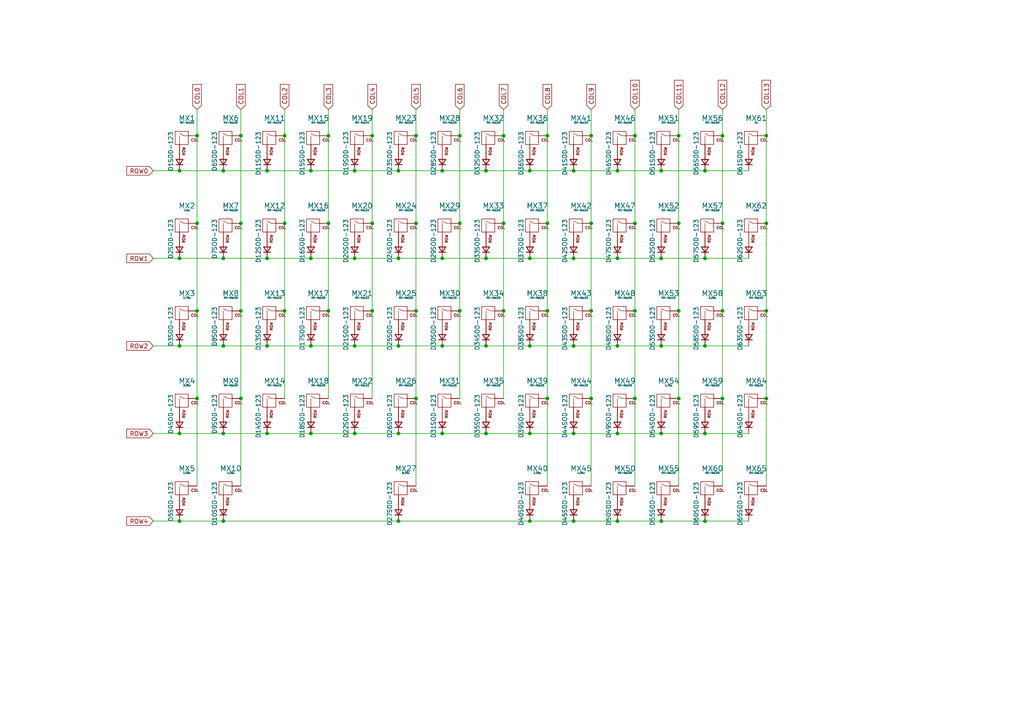
<source format=kicad_sch>
(kicad_sch (version 20211123) (generator eeschema)
  (paper "A4")
  (lib_symbols
    (symbol "Device:D_Small" (pin_numbers hide) (pin_names (offset 0.254) hide)
      (property "Reference" "D" (at -1.27 2.032 0))
      (property "Value" "D_Small" (at -3.81 -2.032 0))
      (symbol "D_Small_0_1"
        (polyline (pts (xy -0.762 -1.016) (xy -0.762 1.016)) (stroke (width 0.254)))
        (polyline (pts (xy -0.762 0) (xy 0.762 0)))
        (polyline (pts (xy 0.762 -1.016) (xy -0.762 0) (xy 0.762 1.016) (xy 0.762 -1.016)) (stroke (width 0.254)))
      )
      (symbol "D_Small_1_1"
        (pin passive line (at -2.54 0 0) (length 1.778) (name "K") (number "1"))
        (pin passive line (at 2.54 0 180) (length 1.778) (name "A") (number "2"))
      )
    )
    (symbol "MX_Alps_Hybrid:MX-NoLED" (pin_names (offset 1.016))
      (property "Reference" "MX" (at -0.635 3.81 0))
      (property "Value" "MX-NoLED" (at -0.635 1.27 0))
      (symbol "MX-NoLED_0_0"
        (rectangle (start -2.54 2.54) (end 1.27 -1.27))
        (polyline (pts (xy -1.27 -1.27) (xy -1.27 1.27)) (stroke (width 0.127)))
        (polyline (pts (xy 1.27 1.27) (xy 0 1.27) (xy -1.27 1.905)) (stroke (width 0.127)))
        (text "COL" (at 3.175 0 0) (effects (font (size 0.762 0.762))))
        (text "ROW" (at 0 -1.905 900) (effects (font (size 0.762 0.762)) (justify right)))
      )
      (symbol "MX-NoLED_1_1"
        (pin passive line (at 3.81 1.27 180) (length 2.54) (name "COL") (number "1"))
        (pin passive line (at -1.27 -3.81 90) (length 2.54) (name "ROW") (number "2"))
      )
    )
  )
  (junction (at 146.05 90.17))
  (junction (at 153.67 74.93))
  (junction (at 102.87 49.53))
  (junction (at 90.17 49.53))
  (junction (at 115.57 125.73))
  (junction (at 69.85 64.77))
  (junction (at 64.77 74.93))
  (junction (at 115.57 100.33))
  (junction (at 140.97 74.93))
  (junction (at 128.27 125.73))
  (junction (at 52.07 49.53))
  (junction (at 140.97 125.73))
  (junction (at 77.47 49.53))
  (junction (at 52.07 151.13))
  (junction (at 95.25 64.77))
  (junction (at 69.85 115.57))
  (junction (at 82.55 64.77))
  (junction (at 102.87 100.33))
  (junction (at 196.85 39.37))
  (junction (at 191.77 125.73))
  (junction (at 171.45 39.37))
  (junction (at 184.15 39.37))
  (junction (at 57.15 115.57))
  (junction (at 166.37 151.13))
  (junction (at 204.47 125.73))
  (junction (at 69.85 39.37))
  (junction (at 153.67 125.73))
  (junction (at 107.95 64.77))
  (junction (at 166.37 100.33))
  (junction (at 191.77 151.13))
  (junction (at 184.15 90.17))
  (junction (at 140.97 100.33))
  (junction (at 82.55 39.37))
  (junction (at 102.87 125.73))
  (junction (at 52.07 125.73))
  (junction (at 77.47 100.33))
  (junction (at 179.07 74.93))
  (junction (at 57.15 39.37))
  (junction (at 102.87 74.93))
  (junction (at 146.05 64.77))
  (junction (at 128.27 49.53))
  (junction (at 191.77 74.93))
  (junction (at 166.37 49.53))
  (junction (at 57.15 90.17))
  (junction (at 222.25 115.57))
  (junction (at 153.67 151.13))
  (junction (at 222.25 39.37))
  (junction (at 133.35 90.17))
  (junction (at 191.77 49.53))
  (junction (at 166.37 125.73))
  (junction (at 209.55 115.57))
  (junction (at 196.85 64.77))
  (junction (at 115.57 49.53))
  (junction (at 120.65 115.57))
  (junction (at 222.25 90.17))
  (junction (at 184.15 115.57))
  (junction (at 52.07 74.93))
  (junction (at 95.25 90.17))
  (junction (at 133.35 39.37))
  (junction (at 171.45 64.77))
  (junction (at 158.75 90.17))
  (junction (at 196.85 115.57))
  (junction (at 95.25 39.37))
  (junction (at 179.07 151.13))
  (junction (at 133.35 64.77))
  (junction (at 90.17 125.73))
  (junction (at 204.47 74.93))
  (junction (at 64.77 49.53))
  (junction (at 77.47 125.73))
  (junction (at 107.95 90.17))
  (junction (at 184.15 64.77))
  (junction (at 52.07 100.33))
  (junction (at 64.77 125.73))
  (junction (at 57.15 64.77))
  (junction (at 209.55 64.77))
  (junction (at 115.57 151.13))
  (junction (at 115.57 74.93))
  (junction (at 82.55 90.17))
  (junction (at 209.55 39.37))
  (junction (at 222.25 64.77))
  (junction (at 107.95 39.37))
  (junction (at 158.75 115.57))
  (junction (at 204.47 151.13))
  (junction (at 120.65 90.17))
  (junction (at 128.27 74.93))
  (junction (at 64.77 151.13))
  (junction (at 191.77 100.33))
  (junction (at 153.67 49.53))
  (junction (at 209.55 90.17))
  (junction (at 120.65 64.77))
  (junction (at 120.65 39.37))
  (junction (at 146.05 39.37))
  (junction (at 166.37 74.93))
  (junction (at 179.07 100.33))
  (junction (at 179.07 125.73))
  (junction (at 158.75 39.37))
  (junction (at 153.67 100.33))
  (junction (at 171.45 90.17))
  (junction (at 77.47 74.93))
  (junction (at 204.47 100.33))
  (junction (at 69.85 90.17))
  (junction (at 140.97 49.53))
  (junction (at 128.27 100.33))
  (junction (at 171.45 115.57))
  (junction (at 196.85 90.17))
  (junction (at 64.77 100.33))
  (junction (at 179.07 49.53))
  (junction (at 204.47 49.53))
  (junction (at 90.17 74.93))
  (junction (at 90.17 100.33))
  (junction (at 158.75 64.77))
  (wire (pts (xy 140.97 125.73) (xy 153.67 125.73)))
  (wire (pts (xy 57.15 39.37) (xy 57.15 64.77)))
  (wire (pts (xy 153.67 49.53) (xy 166.37 49.53)))
  (wire (pts (xy 166.37 49.53) (xy 179.07 49.53)))
  (wire (pts (xy 120.65 90.17) (xy 120.65 115.57)))
  (wire (pts (xy 209.55 115.57) (xy 209.55 140.97)))
  (wire (pts (xy 115.57 74.93) (xy 128.27 74.93)))
  (wire (pts (xy 44.45 49.53) (xy 52.07 49.53)))
  (wire (pts (xy 209.55 39.37) (xy 209.55 64.77)))
  (wire (pts (xy 69.85 64.77) (xy 69.85 90.17)))
  (wire (pts (xy 82.55 64.77) (xy 82.55 90.17)))
  (wire (pts (xy 52.07 100.33) (xy 64.77 100.33)))
  (wire (pts (xy 191.77 125.73) (xy 204.47 125.73)))
  (wire (pts (xy 115.57 125.73) (xy 128.27 125.73)))
  (wire (pts (xy 153.67 125.73) (xy 166.37 125.73)))
  (wire (pts (xy 128.27 74.93) (xy 140.97 74.93)))
  (wire (pts (xy 204.47 151.13) (xy 217.17 151.13)))
  (wire (pts (xy 171.45 115.57) (xy 171.45 140.97)))
  (wire (pts (xy 184.15 31.75) (xy 184.15 39.37)))
  (wire (pts (xy 166.37 74.93) (xy 179.07 74.93)))
  (wire (pts (xy 77.47 74.93) (xy 90.17 74.93)))
  (wire (pts (xy 90.17 49.53) (xy 102.87 49.53)))
  (wire (pts (xy 179.07 151.13) (xy 191.77 151.13)))
  (wire (pts (xy 102.87 125.73) (xy 115.57 125.73)))
  (wire (pts (xy 179.07 74.93) (xy 191.77 74.93)))
  (wire (pts (xy 57.15 64.77) (xy 57.15 90.17)))
  (wire (pts (xy 133.35 64.77) (xy 133.35 90.17)))
  (wire (pts (xy 196.85 64.77) (xy 196.85 90.17)))
  (wire (pts (xy 57.15 31.75) (xy 57.15 39.37)))
  (wire (pts (xy 191.77 74.93) (xy 204.47 74.93)))
  (wire (pts (xy 77.47 100.33) (xy 90.17 100.33)))
  (wire (pts (xy 146.05 31.75) (xy 146.05 39.37)))
  (wire (pts (xy 77.47 125.73) (xy 90.17 125.73)))
  (wire (pts (xy 140.97 49.53) (xy 153.67 49.53)))
  (wire (pts (xy 102.87 49.53) (xy 115.57 49.53)))
  (wire (pts (xy 146.05 39.37) (xy 146.05 64.77)))
  (wire (pts (xy 204.47 100.33) (xy 217.17 100.33)))
  (wire (pts (xy 140.97 74.93) (xy 153.67 74.93)))
  (wire (pts (xy 158.75 90.17) (xy 158.75 115.57)))
  (wire (pts (xy 204.47 125.73) (xy 217.17 125.73)))
  (wire (pts (xy 107.95 39.37) (xy 107.95 64.77)))
  (wire (pts (xy 140.97 100.33) (xy 153.67 100.33)))
  (wire (pts (xy 128.27 100.33) (xy 140.97 100.33)))
  (wire (pts (xy 158.75 115.57) (xy 158.75 140.97)))
  (wire (pts (xy 184.15 64.77) (xy 184.15 90.17)))
  (wire (pts (xy 77.47 49.53) (xy 90.17 49.53)))
  (wire (pts (xy 158.75 39.37) (xy 158.75 64.77)))
  (wire (pts (xy 171.45 31.75) (xy 171.45 39.37)))
  (wire (pts (xy 82.55 39.37) (xy 82.55 64.77)))
  (wire (pts (xy 69.85 90.17) (xy 69.85 115.57)))
  (wire (pts (xy 158.75 31.75) (xy 158.75 39.37)))
  (wire (pts (xy 196.85 31.75) (xy 196.85 39.37)))
  (wire (pts (xy 44.45 100.33) (xy 52.07 100.33)))
  (wire (pts (xy 222.25 115.57) (xy 222.25 140.97)))
  (wire (pts (xy 191.77 151.13) (xy 204.47 151.13)))
  (wire (pts (xy 153.67 151.13) (xy 166.37 151.13)))
  (wire (pts (xy 171.45 39.37) (xy 171.45 64.77)))
  (wire (pts (xy 95.25 64.77) (xy 95.25 90.17)))
  (wire (pts (xy 102.87 74.93) (xy 115.57 74.93)))
  (wire (pts (xy 158.75 64.77) (xy 158.75 90.17)))
  (wire (pts (xy 209.55 90.17) (xy 209.55 115.57)))
  (wire (pts (xy 102.87 100.33) (xy 115.57 100.33)))
  (wire (pts (xy 146.05 64.77) (xy 146.05 90.17)))
  (wire (pts (xy 146.05 90.17) (xy 146.05 115.57)))
  (wire (pts (xy 107.95 31.75) (xy 107.95 39.37)))
  (wire (pts (xy 209.55 64.77) (xy 209.55 90.17)))
  (wire (pts (xy 184.15 39.37) (xy 184.15 64.77)))
  (wire (pts (xy 179.07 49.53) (xy 191.77 49.53)))
  (wire (pts (xy 64.77 151.13) (xy 115.57 151.13)))
  (wire (pts (xy 166.37 125.73) (xy 179.07 125.73)))
  (wire (pts (xy 133.35 39.37) (xy 133.35 64.77)))
  (wire (pts (xy 52.07 125.73) (xy 64.77 125.73)))
  (wire (pts (xy 52.07 151.13) (xy 64.77 151.13)))
  (wire (pts (xy 179.07 125.73) (xy 191.77 125.73)))
  (wire (pts (xy 57.15 90.17) (xy 57.15 115.57)))
  (wire (pts (xy 90.17 125.73) (xy 102.87 125.73)))
  (wire (pts (xy 209.55 31.75) (xy 209.55 39.37)))
  (wire (pts (xy 115.57 49.53) (xy 128.27 49.53)))
  (wire (pts (xy 95.25 90.17) (xy 95.25 115.57)))
  (wire (pts (xy 191.77 100.33) (xy 204.47 100.33)))
  (wire (pts (xy 128.27 49.53) (xy 140.97 49.53)))
  (wire (pts (xy 196.85 39.37) (xy 196.85 64.77)))
  (wire (pts (xy 64.77 74.93) (xy 77.47 74.93)))
  (wire (pts (xy 52.07 74.93) (xy 64.77 74.93)))
  (wire (pts (xy 222.25 64.77) (xy 222.25 90.17)))
  (wire (pts (xy 90.17 100.33) (xy 102.87 100.33)))
  (wire (pts (xy 52.07 49.53) (xy 64.77 49.53)))
  (wire (pts (xy 196.85 115.57) (xy 196.85 140.97)))
  (wire (pts (xy 107.95 64.77) (xy 107.95 90.17)))
  (wire (pts (xy 44.45 74.93) (xy 52.07 74.93)))
  (wire (pts (xy 196.85 90.17) (xy 196.85 115.57)))
  (wire (pts (xy 128.27 125.73) (xy 140.97 125.73)))
  (wire (pts (xy 95.25 39.37) (xy 95.25 64.77)))
  (wire (pts (xy 82.55 90.17) (xy 82.55 115.57)))
  (wire (pts (xy 64.77 49.53) (xy 77.47 49.53)))
  (wire (pts (xy 222.25 39.37) (xy 222.25 64.77)))
  (wire (pts (xy 153.67 74.93) (xy 166.37 74.93)))
  (wire (pts (xy 204.47 74.93) (xy 217.17 74.93)))
  (wire (pts (xy 222.25 90.17) (xy 222.25 115.57)))
  (wire (pts (xy 171.45 90.17) (xy 171.45 115.57)))
  (wire (pts (xy 115.57 151.13) (xy 153.67 151.13)))
  (wire (pts (xy 166.37 151.13) (xy 179.07 151.13)))
  (wire (pts (xy 107.95 90.17) (xy 107.95 115.57)))
  (wire (pts (xy 115.57 100.33) (xy 128.27 100.33)))
  (wire (pts (xy 166.37 100.33) (xy 179.07 100.33)))
  (wire (pts (xy 69.85 115.57) (xy 69.85 140.97)))
  (wire (pts (xy 184.15 115.57) (xy 184.15 140.97)))
  (wire (pts (xy 120.65 64.77) (xy 120.65 90.17)))
  (wire (pts (xy 171.45 64.77) (xy 171.45 90.17)))
  (wire (pts (xy 133.35 31.75) (xy 133.35 39.37)))
  (wire (pts (xy 64.77 100.33) (xy 77.47 100.33)))
  (wire (pts (xy 44.45 125.73) (xy 52.07 125.73)))
  (wire (pts (xy 179.07 100.33) (xy 191.77 100.33)))
  (wire (pts (xy 133.35 90.17) (xy 133.35 115.57)))
  (wire (pts (xy 120.65 31.75) (xy 120.65 39.37)))
  (wire (pts (xy 120.65 39.37) (xy 120.65 64.77)))
  (wire (pts (xy 69.85 39.37) (xy 69.85 64.77)))
  (wire (pts (xy 204.47 49.53) (xy 217.17 49.53)))
  (wire (pts (xy 64.77 125.73) (xy 77.47 125.73)))
  (wire (pts (xy 120.65 115.57) (xy 120.65 140.97)))
  (wire (pts (xy 57.15 115.57) (xy 57.15 140.97)))
  (wire (pts (xy 95.25 31.75) (xy 95.25 39.37)))
  (wire (pts (xy 82.55 31.75) (xy 82.55 39.37)))
  (wire (pts (xy 153.67 100.33) (xy 166.37 100.33)))
  (wire (pts (xy 191.77 49.53) (xy 204.47 49.53)))
  (wire (pts (xy 222.25 31.75) (xy 222.25 39.37)))
  (wire (pts (xy 69.85 31.75) (xy 69.85 39.37)))
  (wire (pts (xy 90.17 74.93) (xy 102.87 74.93)))
  (wire (pts (xy 44.45 151.13) (xy 52.07 151.13)))
  (wire (pts (xy 184.15 90.17) (xy 184.15 115.57)))
  (global_label "ROW4" (shape input) (at 44.45 151.13 180) (property "Intersheet References" "${INTERSHEET_REFS}" (effects hide)))
  (global_label "COL4" (shape input) (at 107.95 31.75 90) (property "Intersheet References" "${INTERSHEET_REFS}" (effects hide)))
  (global_label "ROW3" (shape input) (at 44.45 125.73 180) (property "Intersheet References" "${INTERSHEET_REFS}" (effects hide)))
  (global_label "COL0" (shape input) (at 57.15 31.75 90) (property "Intersheet References" "${INTERSHEET_REFS}" (effects hide)))
  (global_label "ROW1" (shape input) (at 44.45 74.93 180) (property "Intersheet References" "${INTERSHEET_REFS}" (effects hide)))
  (global_label "COL8" (shape input) (at 158.75 31.75 90) (property "Intersheet References" "${INTERSHEET_REFS}" (effects hide)))
  (global_label "COL11" (shape input) (at 196.85 31.75 90) (property "Intersheet References" "${INTERSHEET_REFS}" (effects hide)))
  (global_label "COL3" (shape input) (at 95.25 31.75 90) (property "Intersheet References" "${INTERSHEET_REFS}" (effects hide)))
  (global_label "ROW2" (shape input) (at 44.45 100.33 180) (property "Intersheet References" "${INTERSHEET_REFS}" (effects hide)))
  (global_label "COL12" (shape input) (at 209.55 31.75 90) (property "Intersheet References" "${INTERSHEET_REFS}" (effects hide)))
  (global_label "COL2" (shape input) (at 82.55 31.75 90) (property "Intersheet References" "${INTERSHEET_REFS}" (effects hide)))
  (global_label "COL6" (shape input) (at 133.35 31.75 90) (property "Intersheet References" "${INTERSHEET_REFS}" (effects hide)))
  (global_label "COL5" (shape input) (at 120.65 31.75 90) (property "Intersheet References" "${INTERSHEET_REFS}" (effects hide)))
  (global_label "COL7" (shape input) (at 146.05 31.75 90) (property "Intersheet References" "${INTERSHEET_REFS}" (effects hide)))
  (global_label "COL13" (shape input) (at 222.25 31.75 90) (property "Intersheet References" "${INTERSHEET_REFS}" (effects hide)))
  (global_label "COL9" (shape input) (at 171.45 31.75 90) (property "Intersheet References" "${INTERSHEET_REFS}" (effects hide)))
  (global_label "COL10" (shape input) (at 184.15 31.75 90) (property "Intersheet References" "${INTERSHEET_REFS}" (effects hide)))
  (global_label "ROW0" (shape input) (at 44.45 49.53 180) (property "Intersheet References" "${INTERSHEET_REFS}" (effects hide)))
  (global_label "COL1" (shape input) (at 69.85 31.75 90) (property "Intersheet References" "${INTERSHEET_REFS}" (effects hide)))
  (symbol (lib_id "Device:D_Small") (at 140.97 72.39 90) (unit 1)
    (property "Reference" "D33" (at 138.43 72.39 0) (effects (justify right)))
    (property "Value" "SOD-123" (at 138.43 63.5 0) (effects (justify right)))
    (property "Footprint" "Diode_SMD:D_SOD-123" (effects hide))
  )
  (symbol (lib_id "Device:D_Small") (at 153.67 148.59 90) (unit 1)
    (property "Reference" "D40" (at 151.13 148.59 0) (effects (justify right)))
    (property "Value" "SOD-123" (at 151.13 139.7 0) (effects (justify right)))
    (property "Footprint" "Diode_SMD:D_SOD-123" (effects hide))
  )
  (symbol (lib_id "MX_Alps_Hybrid:MX-NoLED") (at 205.74 40.64 0) (unit 1)
    (property "Reference" "MX56" (at 206.6256 34.29 0) (effects (font (size 1.524 1.524))))
    (property "Value" "MX-NoLED" (at 206.6256 35.56 0) (effects (font (size 0.508 0.508))))
    (property "Footprint" "MX_Alps_Hybrid:MX-1U-NoLED" (effects hide))
  )
  (symbol (lib_id "Device:D_Small") (at 191.77 123.19 90) (unit 1)
    (property "Reference" "D54" (at 189.23 123.19 0) (effects (justify right)))
    (property "Value" "SOD-123" (at 189.23 114.3 0) (effects (justify right)))
    (property "Footprint" "Diode_SMD:D_SOD-123" (effects hide))
  )
  (symbol (lib_id "Device:D_Small") (at 191.77 148.59 90) (unit 1)
    (property "Reference" "D55" (at 189.23 148.59 0) (effects (justify right)))
    (property "Value" "SOD-123" (at 189.23 139.7 0) (effects (justify right)))
    (property "Footprint" "Diode_SMD:D_SOD-123" (effects hide))
  )
  (symbol (lib_id "Device:D_Small") (at 153.67 97.79 90) (unit 1)
    (property "Reference" "D38" (at 151.13 97.79 0) (effects (justify right)))
    (property "Value" "SOD-123" (at 151.13 88.9 0) (effects (justify right)))
    (property "Footprint" "Diode_SMD:D_SOD-123" (effects hide))
  )
  (symbol (lib_id "MX_Alps_Hybrid:MX-NoLED") (at 142.24 40.64 0) (unit 1)
    (property "Reference" "MX32" (at 143.1256 34.29 0) (effects (font (size 1.524 1.524))))
    (property "Value" "MX-NoLED" (at 143.1256 35.56 0) (effects (font (size 0.508 0.508))))
    (property "Footprint" "MX_Alps_Hybrid:MX-1U-NoLED" (effects hide))
  )
  (symbol (lib_id "MX_Alps_Hybrid:MX-NoLED") (at 53.34 91.44 0) (unit 1)
    (property "Reference" "MX3" (at 54.2256 85.09 0) (effects (font (size 1.524 1.524))))
    (property "Value" "1.75u" (at 54.2256 86.36 0) (effects (font (size 0.508 0.508))))
    (property "Footprint" "MX_Alps_Hybrid:MX-1.75U-NoLED" (effects hide))
  )
  (symbol (lib_id "Device:D_Small") (at 90.17 123.19 90) (unit 1)
    (property "Reference" "D18" (at 87.63 123.19 0) (effects (justify right)))
    (property "Value" "SOD-123" (at 87.63 114.3 0) (effects (justify right)))
    (property "Footprint" "Diode_SMD:D_SOD-123" (effects hide))
  )
  (symbol (lib_id "MX_Alps_Hybrid:MX-NoLED") (at 116.84 142.24 0) (unit 1)
    (property "Reference" "MX27" (at 117.7256 135.89 0) (effects (font (size 1.524 1.524))))
    (property "Value" "6.25u" (at 117.7256 137.16 0) (effects (font (size 0.508 0.508))))
    (property "Footprint" "MX_Alps_Hybrid:MX-6.25U-NoLED" (effects hide))
  )
  (symbol (lib_id "MX_Alps_Hybrid:MX-NoLED") (at 66.04 142.24 0) (unit 1)
    (property "Reference" "MX10" (at 66.9256 135.89 0) (effects (font (size 1.524 1.524))))
    (property "Value" "1.25u" (at 66.9256 137.16 0) (effects (font (size 0.508 0.508))))
    (property "Footprint" "MX_Alps_Hybrid:MX-1.25U-NoLED" (effects hide))
  )
  (symbol (lib_id "Device:D_Small") (at 52.07 123.19 90) (unit 1)
    (property "Reference" "D4" (at 49.53 123.19 0) (effects (justify right)))
    (property "Value" "SOD-123" (at 49.53 114.3 0) (effects (justify right)))
    (property "Footprint" "Diode_SMD:D_SOD-123" (effects hide))
  )
  (symbol (lib_id "Device:D_Small") (at 102.87 72.39 90) (unit 1)
    (property "Reference" "D20" (at 100.33 72.39 0) (effects (justify right)))
    (property "Value" "SOD-123" (at 100.33 63.5 0) (effects (justify right)))
    (property "Footprint" "Diode_SMD:D_SOD-123" (effects hide))
  )
  (symbol (lib_id "Device:D_Small") (at 115.57 123.19 90) (unit 1)
    (property "Reference" "D26" (at 113.03 123.19 0) (effects (justify right)))
    (property "Value" "SOD-123" (at 113.03 114.3 0) (effects (justify right)))
    (property "Footprint" "Diode_SMD:D_SOD-123" (effects hide))
  )
  (symbol (lib_id "Device:D_Small") (at 115.57 46.99 90) (unit 1)
    (property "Reference" "D23" (at 113.03 46.99 0) (effects (justify right)))
    (property "Value" "SOD-123" (at 113.03 38.1 0) (effects (justify right)))
    (property "Footprint" "Diode_SMD:D_SOD-123" (effects hide))
  )
  (symbol (lib_id "Device:D_Small") (at 204.47 72.39 90) (unit 1)
    (property "Reference" "D57" (at 201.93 72.39 0) (effects (justify right)))
    (property "Value" "SOD-123" (at 201.93 63.5 0) (effects (justify right)))
    (property "Footprint" "Diode_SMD:D_SOD-123" (effects hide))
  )
  (symbol (lib_id "Device:D_Small") (at 90.17 97.79 90) (unit 1)
    (property "Reference" "D17" (at 87.63 97.79 0) (effects (justify right)))
    (property "Value" "SOD-123" (at 87.63 88.9 0) (effects (justify right)))
    (property "Footprint" "Diode_SMD:D_SOD-123" (effects hide))
  )
  (symbol (lib_id "MX_Alps_Hybrid:MX-NoLED") (at 53.34 142.24 0) (unit 1)
    (property "Reference" "MX5" (at 54.2256 135.89 0) (effects (font (size 1.524 1.524))))
    (property "Value" "1.25u" (at 54.2256 137.16 0) (effects (font (size 0.508 0.508))))
    (property "Footprint" "MX_Alps_Hybrid:MX-1.25U-NoLED" (effects hide))
  )
  (symbol (lib_id "MX_Alps_Hybrid:MX-NoLED") (at 91.44 66.04 0) (unit 1)
    (property "Reference" "MX16" (at 92.3256 59.69 0) (effects (font (size 1.524 1.524))))
    (property "Value" "MX-NoLED" (at 92.3256 60.96 0) (effects (font (size 0.508 0.508))))
    (property "Footprint" "MX_Alps_Hybrid:MX-1U-NoLED" (effects hide))
  )
  (symbol (lib_id "MX_Alps_Hybrid:MX-NoLED") (at 154.94 91.44 0) (unit 1)
    (property "Reference" "MX38" (at 155.8256 85.09 0) (effects (font (size 1.524 1.524))))
    (property "Value" "MX-NoLED" (at 155.8256 86.36 0) (effects (font (size 0.508 0.508))))
    (property "Footprint" "MX_Alps_Hybrid:MX-1U-NoLED" (effects hide))
  )
  (symbol (lib_id "MX_Alps_Hybrid:MX-NoLED") (at 91.44 116.84 0) (unit 1)
    (property "Reference" "MX18" (at 92.3256 110.49 0) (effects (font (size 1.524 1.524))))
    (property "Value" "MX-NoLED" (at 92.3256 111.76 0) (effects (font (size 0.508 0.508))))
    (property "Footprint" "MX_Alps_Hybrid:MX-1U-NoLED" (effects hide))
  )
  (symbol (lib_id "MX_Alps_Hybrid:MX-NoLED") (at 167.64 66.04 0) (unit 1)
    (property "Reference" "MX42" (at 168.5256 59.69 0) (effects (font (size 1.524 1.524))))
    (property "Value" "MX-NoLED" (at 168.5256 60.96 0) (effects (font (size 0.508 0.508))))
    (property "Footprint" "MX_Alps_Hybrid:MX-1U-NoLED" (effects hide))
  )
  (symbol (lib_id "MX_Alps_Hybrid:MX-NoLED") (at 104.14 116.84 0) (unit 1)
    (property "Reference" "MX22" (at 105.0256 110.49 0) (effects (font (size 1.524 1.524))))
    (property "Value" "MX-NoLED" (at 105.0256 111.76 0) (effects (font (size 0.508 0.508))))
    (property "Footprint" "MX_Alps_Hybrid:MX-1U-NoLED" (effects hide))
  )
  (symbol (lib_id "MX_Alps_Hybrid:MX-NoLED") (at 78.74 91.44 0) (unit 1)
    (property "Reference" "MX13" (at 79.6256 85.09 0) (effects (font (size 1.524 1.524))))
    (property "Value" "MX-NoLED" (at 79.6256 86.36 0) (effects (font (size 0.508 0.508))))
    (property "Footprint" "MX_Alps_Hybrid:MX-1U-NoLED" (effects hide))
  )
  (symbol (lib_id "Device:D_Small") (at 204.47 46.99 90) (unit 1)
    (property "Reference" "D56" (at 201.93 46.99 0) (effects (justify right)))
    (property "Value" "SOD-123" (at 201.93 38.1 0) (effects (justify right)))
    (property "Footprint" "Diode_SMD:D_SOD-123" (effects hide))
  )
  (symbol (lib_id "Device:D_Small") (at 166.37 72.39 90) (unit 1)
    (property "Reference" "D42" (at 163.83 72.39 0) (effects (justify right)))
    (property "Value" "SOD-123" (at 163.83 63.5 0) (effects (justify right)))
    (property "Footprint" "Diode_SMD:D_SOD-123" (effects hide))
  )
  (symbol (lib_id "Device:D_Small") (at 217.17 46.99 90) (unit 1)
    (property "Reference" "D61" (at 214.63 46.99 0) (effects (justify right)))
    (property "Value" "SOD-123" (at 214.63 38.1 0) (effects (justify right)))
    (property "Footprint" "Diode_SMD:D_SOD-123" (effects hide))
  )
  (symbol (lib_id "MX_Alps_Hybrid:MX-NoLED") (at 154.94 40.64 0) (unit 1)
    (property "Reference" "MX36" (at 155.8256 34.29 0) (effects (font (size 1.524 1.524))))
    (property "Value" "MX-NoLED" (at 155.8256 35.56 0) (effects (font (size 0.508 0.508))))
    (property "Footprint" "MX_Alps_Hybrid:MX-1U-NoLED" (effects hide))
  )
  (symbol (lib_id "Device:D_Small") (at 128.27 46.99 90) (unit 1)
    (property "Reference" "D28" (at 125.73 46.99 0) (effects (justify right)))
    (property "Value" "SOD-123" (at 125.73 38.1 0) (effects (justify right)))
    (property "Footprint" "Diode_SMD:D_SOD-123" (effects hide))
  )
  (symbol (lib_id "MX_Alps_Hybrid:MX-NoLED") (at 116.84 116.84 0) (unit 1)
    (property "Reference" "MX26" (at 117.7256 110.49 0) (effects (font (size 1.524 1.524))))
    (property "Value" "MX-NoLED" (at 117.7256 111.76 0) (effects (font (size 0.508 0.508))))
    (property "Footprint" "MX_Alps_Hybrid:MX-1U-NoLED" (effects hide))
  )
  (symbol (lib_id "MX_Alps_Hybrid:MX-NoLED") (at 180.34 40.64 0) (unit 1)
    (property "Reference" "MX46" (at 181.2256 34.29 0) (effects (font (size 1.524 1.524))))
    (property "Value" "MX-NoLED" (at 181.2256 35.56 0) (effects (font (size 0.508 0.508))))
    (property "Footprint" "MX_Alps_Hybrid:MX-1U-NoLED" (effects hide))
  )
  (symbol (lib_id "Device:D_Small") (at 64.77 46.99 90) (unit 1)
    (property "Reference" "D6" (at 62.23 46.99 0) (effects (justify right)))
    (property "Value" "SOD-123" (at 62.23 38.1 0) (effects (justify right)))
    (property "Footprint" "Diode_SMD:D_SOD-123" (effects hide))
  )
  (symbol (lib_id "MX_Alps_Hybrid:MX-NoLED") (at 78.74 66.04 0) (unit 1)
    (property "Reference" "MX12" (at 79.6256 59.69 0) (effects (font (size 1.524 1.524))))
    (property "Value" "MX-NoLED" (at 79.6256 60.96 0) (effects (font (size 0.508 0.508))))
    (property "Footprint" "MX_Alps_Hybrid:MX-1U-NoLED" (effects hide))
  )
  (symbol (lib_id "Device:D_Small") (at 217.17 97.79 90) (unit 1)
    (property "Reference" "D63" (at 214.63 97.79 0) (effects (justify right)))
    (property "Value" "SOD-123" (at 214.63 88.9 0) (effects (justify right)))
    (property "Footprint" "Diode_SMD:D_SOD-123" (effects hide))
  )
  (symbol (lib_id "MX_Alps_Hybrid:MX-NoLED") (at 154.94 116.84 0) (unit 1)
    (property "Reference" "MX39" (at 155.8256 110.49 0) (effects (font (size 1.524 1.524))))
    (property "Value" "MX-NoLED" (at 155.8256 111.76 0) (effects (font (size 0.508 0.508))))
    (property "Footprint" "MX_Alps_Hybrid:MX-1U-NoLED" (effects hide))
  )
  (symbol (lib_id "MX_Alps_Hybrid:MX-NoLED") (at 66.04 40.64 0) (unit 1)
    (property "Reference" "MX6" (at 66.9256 34.29 0) (effects (font (size 1.524 1.524))))
    (property "Value" "MX-NoLED" (at 66.9256 35.56 0) (effects (font (size 0.508 0.508))))
    (property "Footprint" "MX_Alps_Hybrid:MX-1U-NoLED" (effects hide))
  )
  (symbol (lib_id "Device:D_Small") (at 153.67 72.39 90) (unit 1)
    (property "Reference" "D37" (at 151.13 72.39 0) (effects (justify right)))
    (property "Value" "SOD-123" (at 151.13 63.5 0) (effects (justify right)))
    (property "Footprint" "Diode_SMD:D_SOD-123" (effects hide))
  )
  (symbol (lib_id "MX_Alps_Hybrid:MX-NoLED") (at 154.94 66.04 0) (unit 1)
    (property "Reference" "MX37" (at 155.8256 59.69 0) (effects (font (size 1.524 1.524))))
    (property "Value" "MX-NoLED" (at 155.8256 60.96 0) (effects (font (size 0.508 0.508))))
    (property "Footprint" "MX_Alps_Hybrid:MX-1U-NoLED" (effects hide))
  )
  (symbol (lib_id "Device:D_Small") (at 52.07 97.79 90) (unit 1)
    (property "Reference" "D3" (at 49.53 97.79 0) (effects (justify right)))
    (property "Value" "SOD-123" (at 49.53 88.9 0) (effects (justify right)))
    (property "Footprint" "Diode_SMD:D_SOD-123" (effects hide))
  )
  (symbol (lib_id "MX_Alps_Hybrid:MX-NoLED") (at 66.04 91.44 0) (unit 1)
    (property "Reference" "MX8" (at 66.9256 85.09 0) (effects (font (size 1.524 1.524))))
    (property "Value" "MX-NoLED" (at 66.9256 86.36 0) (effects (font (size 0.508 0.508))))
    (property "Footprint" "MX_Alps_Hybrid:MX-1U-NoLED" (effects hide))
  )
  (symbol (lib_id "MX_Alps_Hybrid:MX-NoLED") (at 218.44 116.84 0) (unit 1)
    (property "Reference" "MX64" (at 219.3256 110.49 0) (effects (font (size 1.524 1.524))))
    (property "Value" "MX-NoLED" (at 219.3256 111.76 0) (effects (font (size 0.508 0.508))))
    (property "Footprint" "MX_Alps_Hybrid:MX-1U-NoLED" (effects hide))
  )
  (symbol (lib_id "MX_Alps_Hybrid:MX-NoLED") (at 218.44 66.04 0) (unit 1)
    (property "Reference" "MX62" (at 219.3256 59.69 0) (effects (font (size 1.524 1.524))))
    (property "Value" "1.5u" (at 219.3256 60.96 0) (effects (font (size 0.508 0.508))))
    (property "Footprint" "MX_Alps_Hybrid:MX-1.5U-NoLED" (effects hide))
  )
  (symbol (lib_id "MX_Alps_Hybrid:MX-NoLED") (at 167.64 91.44 0) (unit 1)
    (property "Reference" "MX43" (at 168.5256 85.09 0) (effects (font (size 1.524 1.524))))
    (property "Value" "MX-NoLED" (at 168.5256 86.36 0) (effects (font (size 0.508 0.508))))
    (property "Footprint" "MX_Alps_Hybrid:MX-1U-NoLED" (effects hide))
  )
  (symbol (lib_id "Device:D_Small") (at 153.67 123.19 90) (unit 1)
    (property "Reference" "D39" (at 151.13 123.19 0) (effects (justify right)))
    (property "Value" "SOD-123" (at 151.13 114.3 0) (effects (justify right)))
    (property "Footprint" "Diode_SMD:D_SOD-123" (effects hide))
  )
  (symbol (lib_id "Device:D_Small") (at 179.07 123.19 90) (unit 1)
    (property "Reference" "D49" (at 176.53 123.19 0) (effects (justify right)))
    (property "Value" "SOD-123" (at 176.53 114.3 0) (effects (justify right)))
    (property "Footprint" "Diode_SMD:D_SOD-123" (effects hide))
  )
  (symbol (lib_id "Device:D_Small") (at 166.37 97.79 90) (unit 1)
    (property "Reference" "D43" (at 163.83 97.79 0) (effects (justify right)))
    (property "Value" "SOD-123" (at 163.83 88.9 0) (effects (justify right)))
    (property "Footprint" "Diode_SMD:D_SOD-123" (effects hide))
  )
  (symbol (lib_id "Device:D_Small") (at 77.47 46.99 90) (unit 1)
    (property "Reference" "D11" (at 74.93 46.99 0) (effects (justify right)))
    (property "Value" "SOD-123" (at 74.93 38.1 0) (effects (justify right)))
    (property "Footprint" "Diode_SMD:D_SOD-123" (effects hide))
  )
  (symbol (lib_id "Device:D_Small") (at 179.07 148.59 90) (unit 1)
    (property "Reference" "D50" (at 176.53 148.59 0) (effects (justify right)))
    (property "Value" "SOD-123" (at 176.53 139.7 0) (effects (justify right)))
    (property "Footprint" "Diode_SMD:D_SOD-123" (effects hide))
  )
  (symbol (lib_id "MX_Alps_Hybrid:MX-NoLED") (at 193.04 40.64 0) (unit 1)
    (property "Reference" "MX51" (at 193.9256 34.29 0) (effects (font (size 1.524 1.524))))
    (property "Value" "MX-NoLED" (at 193.9256 35.56 0) (effects (font (size 0.508 0.508))))
    (property "Footprint" "MX_Alps_Hybrid:MX-1U-NoLED" (effects hide))
  )
  (symbol (lib_id "Device:D_Small") (at 204.47 123.19 90) (unit 1)
    (property "Reference" "D59" (at 201.93 123.19 0) (effects (justify right)))
    (property "Value" "SOD-123" (at 201.93 114.3 0) (effects (justify right)))
    (property "Footprint" "Diode_SMD:D_SOD-123" (effects hide))
  )
  (symbol (lib_id "MX_Alps_Hybrid:MX-NoLED") (at 193.04 66.04 0) (unit 1)
    (property "Reference" "MX52" (at 193.9256 59.69 0) (effects (font (size 1.524 1.524))))
    (property "Value" "MX-NoLED" (at 193.9256 60.96 0) (effects (font (size 0.508 0.508))))
    (property "Footprint" "MX_Alps_Hybrid:MX-1U-NoLED" (effects hide))
  )
  (symbol (lib_id "Device:D_Small") (at 102.87 123.19 90) (unit 1)
    (property "Reference" "D22" (at 100.33 123.19 0) (effects (justify right)))
    (property "Value" "SOD-123" (at 100.33 114.3 0) (effects (justify right)))
    (property "Footprint" "Diode_SMD:D_SOD-123" (effects hide))
  )
  (symbol (lib_id "Device:D_Small") (at 191.77 72.39 90) (unit 1)
    (property "Reference" "D52" (at 189.23 72.39 0) (effects (justify right)))
    (property "Value" "SOD-123" (at 189.23 63.5 0) (effects (justify right)))
    (property "Footprint" "Diode_SMD:D_SOD-123" (effects hide))
  )
  (symbol (lib_id "Device:D_Small") (at 153.67 46.99 90) (unit 1)
    (property "Reference" "D36" (at 151.13 46.99 0) (effects (justify right)))
    (property "Value" "SOD-123" (at 151.13 38.1 0) (effects (justify right)))
    (property "Footprint" "Diode_SMD:D_SOD-123" (effects hide))
  )
  (symbol (lib_id "MX_Alps_Hybrid:MX-NoLED") (at 129.54 40.64 0) (unit 1)
    (property "Reference" "MX28" (at 130.4256 34.29 0) (effects (font (size 1.524 1.524))))
    (property "Value" "MX-NoLED" (at 130.4256 35.56 0) (effects (font (size 0.508 0.508))))
    (property "Footprint" "MX_Alps_Hybrid:MX-1U-NoLED" (effects hide))
  )
  (symbol (lib_id "Device:D_Small") (at 166.37 123.19 90) (unit 1)
    (property "Reference" "D44" (at 163.83 123.19 0) (effects (justify right)))
    (property "Value" "SOD-123" (at 163.83 114.3 0) (effects (justify right)))
    (property "Footprint" "Diode_SMD:D_SOD-123" (effects hide))
  )
  (symbol (lib_id "Device:D_Small") (at 128.27 72.39 90) (unit 1)
    (property "Reference" "D29" (at 125.73 72.39 0) (effects (justify right)))
    (property "Value" "SOD-123" (at 125.73 63.5 0) (effects (justify right)))
    (property "Footprint" "Diode_SMD:D_SOD-123" (effects hide))
  )
  (symbol (lib_id "MX_Alps_Hybrid:MX-NoLED") (at 193.04 116.84 0) (unit 1)
    (property "Reference" "MX54" (at 193.9256 110.49 0) (effects (font (size 1.524 1.524))))
    (property "Value" "1.75u" (at 193.9256 111.76 0) (effects (font (size 0.508 0.508))))
    (property "Footprint" "MX_Alps_Hybrid:MX-1.75U-NoLED" (effects hide))
  )
  (symbol (lib_id "Device:D_Small") (at 77.47 72.39 90) (unit 1)
    (property "Reference" "D12" (at 74.93 72.39 0) (effects (justify right)))
    (property "Value" "SOD-123" (at 74.93 63.5 0) (effects (justify right)))
    (property "Footprint" "Diode_SMD:D_SOD-123" (effects hide))
  )
  (symbol (lib_id "Device:D_Small") (at 90.17 46.99 90) (unit 1)
    (property "Reference" "D15" (at 87.63 46.99 0) (effects (justify right)))
    (property "Value" "SOD-123" (at 87.63 38.1 0) (effects (justify right)))
    (property "Footprint" "Diode_SMD:D_SOD-123" (effects hide))
  )
  (symbol (lib_id "Device:D_Small") (at 52.07 72.39 90) (unit 1)
    (property "Reference" "D2" (at 49.53 72.39 0) (effects (justify right)))
    (property "Value" "SOD-123" (at 49.53 63.5 0) (effects (justify right)))
    (property "Footprint" "Diode_SMD:D_SOD-123" (effects hide))
  )
  (symbol (lib_id "Device:D_Small") (at 102.87 97.79 90) (unit 1)
    (property "Reference" "D21" (at 100.33 97.79 0) (effects (justify right)))
    (property "Value" "SOD-123" (at 100.33 88.9 0) (effects (justify right)))
    (property "Footprint" "Diode_SMD:D_SOD-123" (effects hide))
  )
  (symbol (lib_id "Device:D_Small") (at 115.57 148.59 90) (unit 1)
    (property "Reference" "D27" (at 113.03 148.59 0) (effects (justify right)))
    (property "Value" "SOD-123" (at 113.03 139.7 0) (effects (justify right)))
    (property "Footprint" "Diode_SMD:D_SOD-123" (effects hide))
  )
  (symbol (lib_id "Device:D_Small") (at 52.07 148.59 90) (unit 1)
    (property "Reference" "D5" (at 49.53 148.59 0) (effects (justify right)))
    (property "Value" "SOD-123" (at 49.53 139.7 0) (effects (justify right)))
    (property "Footprint" "Diode_SMD:D_SOD-123" (effects hide))
  )
  (symbol (lib_id "Device:D_Small") (at 140.97 123.19 90) (unit 1)
    (property "Reference" "D35" (at 138.43 123.19 0) (effects (justify right)))
    (property "Value" "SOD-123" (at 138.43 114.3 0) (effects (justify right)))
    (property "Footprint" "Diode_SMD:D_SOD-123" (effects hide))
  )
  (symbol (lib_id "MX_Alps_Hybrid:MX-NoLED") (at 205.74 66.04 0) (unit 1)
    (property "Reference" "MX57" (at 206.6256 59.69 0) (effects (font (size 1.524 1.524))))
    (property "Value" "MX-NoLED" (at 206.6256 60.96 0) (effects (font (size 0.508 0.508))))
    (property "Footprint" "MX_Alps_Hybrid:MX-1U-NoLED" (effects hide))
  )
  (symbol (lib_id "MX_Alps_Hybrid:MX-NoLED") (at 205.74 142.24 0) (unit 1)
    (property "Reference" "MX60" (at 206.6256 135.89 0) (effects (font (size 1.524 1.524))))
    (property "Value" "MX-NoLED" (at 206.6256 137.16 0) (effects (font (size 0.508 0.508))))
    (property "Footprint" "MX_Alps_Hybrid:MX-1U-NoLED" (effects hide))
  )
  (symbol (lib_id "Device:D_Small") (at 52.07 46.99 90) (unit 1)
    (property "Reference" "D1" (at 49.53 46.99 0) (effects (justify right)))
    (property "Value" "SOD-123" (at 49.53 38.1 0) (effects (justify right)))
    (property "Footprint" "Diode_SMD:D_SOD-123" (effects hide))
  )
  (symbol (lib_id "Device:D_Small") (at 64.77 148.59 90) (unit 1)
    (property "Reference" "D10" (at 62.23 148.59 0) (effects (justify right)))
    (property "Value" "SOD-123" (at 62.23 139.7 0) (effects (justify right)))
    (property "Footprint" "Diode_SMD:D_SOD-123" (effects hide))
  )
  (symbol (lib_id "MX_Alps_Hybrid:MX-NoLED") (at 218.44 91.44 0) (unit 1)
    (property "Reference" "MX63" (at 219.3256 85.09 0) (effects (font (size 1.524 1.524))))
    (property "Value" "MX-NoLED" (at 219.3256 86.36 0) (effects (font (size 0.508 0.508))))
    (property "Footprint" "MX_Alps_Hybrid:MX-1U-NoLED" (effects hide))
  )
  (symbol (lib_id "Device:D_Small") (at 77.47 97.79 90) (unit 1)
    (property "Reference" "D13" (at 74.93 97.79 0) (effects (justify right)))
    (property "Value" "SOD-123" (at 74.93 88.9 0) (effects (justify right)))
    (property "Footprint" "Diode_SMD:D_SOD-123" (effects hide))
  )
  (symbol (lib_id "MX_Alps_Hybrid:MX-NoLED") (at 53.34 40.64 0) (unit 1)
    (property "Reference" "MX1" (at 54.2256 34.29 0) (effects (font (size 1.524 1.524))))
    (property "Value" "MX-NoLED" (at 54.2256 35.56 0) (effects (font (size 0.508 0.508))))
    (property "Footprint" "MX_Alps_Hybrid:MX-1U-NoLED" (effects hide))
  )
  (symbol (lib_id "Device:D_Small") (at 217.17 148.59 90) (unit 1)
    (property "Reference" "D65" (at 214.63 148.59 0) (effects (justify right)))
    (property "Value" "SOD-123" (at 214.63 139.7 0) (effects (justify right)))
    (property "Footprint" "Diode_SMD:D_SOD-123" (effects hide))
  )
  (symbol (lib_id "MX_Alps_Hybrid:MX-NoLED") (at 116.84 91.44 0) (unit 1)
    (property "Reference" "MX25" (at 117.7256 85.09 0) (effects (font (size 1.524 1.524))))
    (property "Value" "MX-NoLED" (at 117.7256 86.36 0) (effects (font (size 0.508 0.508))))
    (property "Footprint" "MX_Alps_Hybrid:MX-1U-NoLED" (effects hide))
  )
  (symbol (lib_id "Device:D_Small") (at 179.07 46.99 90) (unit 1)
    (property "Reference" "D46" (at 176.53 46.99 0) (effects (justify right)))
    (property "Value" "SOD-123" (at 176.53 38.1 0) (effects (justify right)))
    (property "Footprint" "Diode_SMD:D_SOD-123" (effects hide))
  )
  (symbol (lib_id "Device:D_Small") (at 77.47 123.19 90) (unit 1)
    (property "Reference" "D14" (at 74.93 123.19 0) (effects (justify right)))
    (property "Value" "SOD-123" (at 74.93 114.3 0) (effects (justify right)))
    (property "Footprint" "Diode_SMD:D_SOD-123" (effects hide))
  )
  (symbol (lib_id "MX_Alps_Hybrid:MX-NoLED") (at 53.34 66.04 0) (unit 1)
    (property "Reference" "MX2" (at 54.2256 59.69 0) (effects (font (size 1.524 1.524))))
    (property "Value" "1.5u" (at 54.2256 60.96 0) (effects (font (size 0.508 0.508))))
    (property "Footprint" "MX_Alps_Hybrid:MX-1.5U-NoLED" (effects hide))
  )
  (symbol (lib_id "Device:D_Small") (at 128.27 97.79 90) (unit 1)
    (property "Reference" "D30" (at 125.73 97.79 0) (effects (justify right)))
    (property "Value" "SOD-123" (at 125.73 88.9 0) (effects (justify right)))
    (property "Footprint" "Diode_SMD:D_SOD-123" (effects hide))
  )
  (symbol (lib_id "MX_Alps_Hybrid:MX-NoLED") (at 66.04 116.84 0) (unit 1)
    (property "Reference" "MX9" (at 66.9256 110.49 0) (effects (font (size 1.524 1.524))))
    (property "Value" "MX-NoLED" (at 66.9256 111.76 0) (effects (font (size 0.508 0.508))))
    (property "Footprint" "MX_Alps_Hybrid:MX-1U-NoLED" (effects hide))
  )
  (symbol (lib_id "MX_Alps_Hybrid:MX-NoLED") (at 104.14 40.64 0) (unit 1)
    (property "Reference" "MX19" (at 105.0256 34.29 0) (effects (font (size 1.524 1.524))))
    (property "Value" "MX-NoLED" (at 105.0256 35.56 0) (effects (font (size 0.508 0.508))))
    (property "Footprint" "MX_Alps_Hybrid:MX-1U-NoLED" (effects hide))
  )
  (symbol (lib_id "Device:D_Small") (at 191.77 46.99 90) (unit 1)
    (property "Reference" "D51" (at 189.23 46.99 0) (effects (justify right)))
    (property "Value" "SOD-123" (at 189.23 38.1 0) (effects (justify right)))
    (property "Footprint" "Diode_SMD:D_SOD-123" (effects hide))
  )
  (symbol (lib_id "MX_Alps_Hybrid:MX-NoLED") (at 167.64 142.24 0) (unit 1)
    (property "Reference" "MX45" (at 168.5256 135.89 0) (effects (font (size 1.524 1.524))))
    (property "Value" "1.25u" (at 168.5256 137.16 0) (effects (font (size 0.508 0.508))))
    (property "Footprint" "MX_Alps_Hybrid:MX-1.25U-NoLED" (effects hide))
  )
  (symbol (lib_id "MX_Alps_Hybrid:MX-NoLED") (at 167.64 40.64 0) (unit 1)
    (property "Reference" "MX41" (at 168.5256 34.29 0) (effects (font (size 1.524 1.524))))
    (property "Value" "MX-NoLED" (at 168.5256 35.56 0) (effects (font (size 0.508 0.508))))
    (property "Footprint" "MX_Alps_Hybrid:MX-1U-NoLED" (effects hide))
  )
  (symbol (lib_id "Device:D_Small") (at 140.97 46.99 90) (unit 1)
    (property "Reference" "D32" (at 138.43 46.99 0) (effects (justify right)))
    (property "Value" "SOD-123" (at 138.43 38.1 0) (effects (justify right)))
    (property "Footprint" "Diode_SMD:D_SOD-123" (effects hide))
  )
  (symbol (lib_id "Device:D_Small") (at 90.17 72.39 90) (unit 1)
    (property "Reference" "D16" (at 87.63 72.39 0) (effects (justify right)))
    (property "Value" "SOD-123" (at 87.63 63.5 0) (effects (justify right)))
    (property "Footprint" "Diode_SMD:D_SOD-123" (effects hide))
  )
  (symbol (lib_id "MX_Alps_Hybrid:MX-NoLED") (at 142.24 66.04 0) (unit 1)
    (property "Reference" "MX33" (at 143.1256 59.69 0) (effects (font (size 1.524 1.524))))
    (property "Value" "MX-NoLED" (at 143.1256 60.96 0) (effects (font (size 0.508 0.508))))
    (property "Footprint" "MX_Alps_Hybrid:MX-1U-NoLED" (effects hide))
  )
  (symbol (lib_id "Device:D_Small") (at 204.47 148.59 90) (unit 1)
    (property "Reference" "D60" (at 201.93 148.59 0) (effects (justify right)))
    (property "Value" "SOD-123" (at 201.93 139.7 0) (effects (justify right)))
    (property "Footprint" "Diode_SMD:D_SOD-123" (effects hide))
  )
  (symbol (lib_id "MX_Alps_Hybrid:MX-NoLED") (at 91.44 91.44 0) (unit 1)
    (property "Reference" "MX17" (at 92.3256 85.09 0) (effects (font (size 1.524 1.524))))
    (property "Value" "MX-NoLED" (at 92.3256 86.36 0) (effects (font (size 0.508 0.508))))
    (property "Footprint" "MX_Alps_Hybrid:MX-1U-NoLED" (effects hide))
  )
  (symbol (lib_id "Device:D_Small") (at 115.57 97.79 90) (unit 1)
    (property "Reference" "D25" (at 113.03 97.79 0) (effects (justify right)))
    (property "Value" "SOD-123" (at 113.03 88.9 0) (effects (justify right)))
    (property "Footprint" "Diode_SMD:D_SOD-123" (effects hide))
  )
  (symbol (lib_id "MX_Alps_Hybrid:MX-NoLED") (at 53.34 116.84 0) (unit 1)
    (property "Reference" "MX4" (at 54.2256 110.49 0) (effects (font (size 1.524 1.524))))
    (property "Value" "2.25u" (at 54.2256 111.76 0) (effects (font (size 0.508 0.508))))
    (property "Footprint" "MX_Alps_Hybrid:MX-2.25U-NoLED" (effects hide))
  )
  (symbol (lib_id "Device:D_Small") (at 179.07 72.39 90) (unit 1)
    (property "Reference" "D47" (at 176.53 72.39 0) (effects (justify right)))
    (property "Value" "SOD-123" (at 176.53 63.5 0) (effects (justify right)))
    (property "Footprint" "Diode_SMD:D_SOD-123" (effects hide))
  )
  (symbol (lib_id "MX_Alps_Hybrid:MX-NoLED") (at 142.24 91.44 0) (unit 1)
    (property "Reference" "MX34" (at 143.1256 85.09 0) (effects (font (size 1.524 1.524))))
    (property "Value" "MX-NoLED" (at 143.1256 86.36 0) (effects (font (size 0.508 0.508))))
    (property "Footprint" "MX_Alps_Hybrid:MX-1U-NoLED" (effects hide))
  )
  (symbol (lib_id "MX_Alps_Hybrid:MX-NoLED") (at 218.44 40.64 0) (unit 1)
    (property "Reference" "MX61" (at 219.3256 34.29 0) (effects (font (size 1.524 1.524))))
    (property "Value" "2u" (at 219.3256 35.56 0) (effects (font (size 0.508 0.508))))
    (property "Footprint" "MX_Alps_Hybrid:MX-2U-NoLED" (effects hide))
  )
  (symbol (lib_id "MX_Alps_Hybrid:MX-NoLED") (at 78.74 40.64 0) (unit 1)
    (property "Reference" "MX11" (at 79.6256 34.29 0) (effects (font (size 1.524 1.524))))
    (property "Value" "MX-NoLED" (at 79.6256 35.56 0) (effects (font (size 0.508 0.508))))
    (property "Footprint" "MX_Alps_Hybrid:MX-1U-NoLED" (effects hide))
  )
  (symbol (lib_id "MX_Alps_Hybrid:MX-NoLED") (at 205.74 116.84 0) (unit 1)
    (property "Reference" "MX59" (at 206.6256 110.49 0) (effects (font (size 1.524 1.524))))
    (property "Value" "MX-NoLED" (at 206.6256 111.76 0) (effects (font (size 0.508 0.508))))
    (property "Footprint" "MX_Alps_Hybrid:MX-1U-NoLED" (effects hide))
  )
  (symbol (lib_id "Device:D_Small") (at 102.87 46.99 90) (unit 1)
    (property "Reference" "D19" (at 100.33 46.99 0) (effects (justify right)))
    (property "Value" "SOD-123" (at 100.33 38.1 0) (effects (justify right)))
    (property "Footprint" "Diode_SMD:D_SOD-123" (effects hide))
  )
  (symbol (lib_id "MX_Alps_Hybrid:MX-NoLED") (at 193.04 91.44 0) (unit 1)
    (property "Reference" "MX53" (at 193.9256 85.09 0) (effects (font (size 1.524 1.524))))
    (property "Value" "MX-NoLED" (at 193.9256 86.36 0) (effects (font (size 0.508 0.508))))
    (property "Footprint" "MX_Alps_Hybrid:MX-1U-NoLED" (effects hide))
  )
  (symbol (lib_id "Device:D_Small") (at 166.37 148.59 90) (unit 1)
    (property "Reference" "D45" (at 163.83 148.59 0) (effects (justify right)))
    (property "Value" "SOD-123" (at 163.83 139.7 0) (effects (justify right)))
    (property "Footprint" "Diode_SMD:D_SOD-123" (effects hide))
  )
  (symbol (lib_id "Device:D_Small") (at 179.07 97.79 90) (unit 1)
    (property "Reference" "D48" (at 176.53 97.79 0) (effects (justify right)))
    (property "Value" "SOD-123" (at 176.53 88.9 0) (effects (justify right)))
    (property "Footprint" "Diode_SMD:D_SOD-123" (effects hide))
  )
  (symbol (lib_id "MX_Alps_Hybrid:MX-NoLED") (at 205.74 91.44 0) (unit 1)
    (property "Reference" "MX58" (at 206.6256 85.09 0) (effects (font (size 1.524 1.524))))
    (property "Value" "2.25u" (at 206.6256 86.36 0) (effects (font (size 0.508 0.508))))
    (property "Footprint" "MX_Alps_Hybrid:MX-2.25U-NoLED" (effects hide))
  )
  (symbol (lib_id "Device:D_Small") (at 217.17 72.39 90) (unit 1)
    (property "Reference" "D62" (at 214.63 72.39 0) (effects (justify right)))
    (property "Value" "SOD-123" (at 214.63 63.5 0) (effects (justify right)))
    (property "Footprint" "Diode_SMD:D_SOD-123" (effects hide))
  )
  (symbol (lib_id "MX_Alps_Hybrid:MX-NoLED") (at 167.64 116.84 0) (unit 1)
    (property "Reference" "MX44" (at 168.5256 110.49 0) (effects (font (size 1.524 1.524))))
    (property "Value" "MX-NoLED" (at 168.5256 111.76 0) (effects (font (size 0.508 0.508))))
    (property "Footprint" "MX_Alps_Hybrid:MX-1U-NoLED" (effects hide))
  )
  (symbol (lib_id "Device:D_Small") (at 64.77 123.19 90) (unit 1)
    (property "Reference" "D9" (at 62.23 123.19 0) (effects (justify right)))
    (property "Value" "SOD-123" (at 62.23 114.3 0) (effects (justify right)))
    (property "Footprint" "Diode_SMD:D_SOD-123" (effects hide))
  )
  (symbol (lib_id "MX_Alps_Hybrid:MX-NoLED") (at 218.44 142.24 0) (unit 1)
    (property "Reference" "MX65" (at 219.3256 135.89 0) (effects (font (size 1.524 1.524))))
    (property "Value" "MX-NoLED" (at 219.3256 137.16 0) (effects (font (size 0.508 0.508))))
    (property "Footprint" "MX_Alps_Hybrid:MX-1U-NoLED" (effects hide))
  )
  (symbol (lib_id "MX_Alps_Hybrid:MX-NoLED") (at 66.04 66.04 0) (unit 1)
    (property "Reference" "MX7" (at 66.9256 59.69 0) (effects (font (size 1.524 1.524))))
    (property "Value" "MX-NoLED" (at 66.9256 60.96 0) (effects (font (size 0.508 0.508))))
    (property "Footprint" "MX_Alps_Hybrid:MX-1U-NoLED" (effects hide))
  )
  (symbol (lib_id "MX_Alps_Hybrid:MX-NoLED") (at 193.04 142.24 0) (unit 1)
    (property "Reference" "MX55" (at 193.9256 135.89 0) (effects (font (size 1.524 1.524))))
    (property "Value" "MX-NoLED" (at 193.9256 137.16 0) (effects (font (size 0.508 0.508))))
    (property "Footprint" "MX_Alps_Hybrid:MX-1U-NoLED" (effects hide))
  )
  (symbol (lib_id "Device:D_Small") (at 64.77 97.79 90) (unit 1)
    (property "Reference" "D8" (at 62.23 97.79 0) (effects (justify right)))
    (property "Value" "SOD-123" (at 62.23 88.9 0) (effects (justify right)))
    (property "Footprint" "Diode_SMD:D_SOD-123" (effects hide))
  )
  (symbol (lib_id "MX_Alps_Hybrid:MX-NoLED") (at 129.54 116.84 0) (unit 1)
    (property "Reference" "MX31" (at 130.4256 110.49 0) (effects (font (size 1.524 1.524))))
    (property "Value" "MX-NoLED" (at 130.4256 111.76 0) (effects (font (size 0.508 0.508))))
    (property "Footprint" "MX_Alps_Hybrid:MX-1U-NoLED" (effects hide))
  )
  (symbol (lib_id "Device:D_Small") (at 140.97 97.79 90) (unit 1)
    (property "Reference" "D34" (at 138.43 97.79 0) (effects (justify right)))
    (property "Value" "SOD-123" (at 138.43 88.9 0) (effects (justify right)))
    (property "Footprint" "Diode_SMD:D_SOD-123" (effects hide))
  )
  (symbol (lib_id "MX_Alps_Hybrid:MX-NoLED") (at 116.84 66.04 0) (unit 1)
    (property "Reference" "MX24" (at 117.7256 59.69 0) (effects (font (size 1.524 1.524))))
    (property "Value" "MX-NoLED" (at 117.7256 60.96 0) (effects (font (size 0.508 0.508))))
    (property "Footprint" "MX_Alps_Hybrid:MX-1U-NoLED" (effects hide))
  )
  (symbol (lib_id "MX_Alps_Hybrid:MX-NoLED") (at 154.94 142.24 0) (unit 1)
    (property "Reference" "MX40" (at 155.8256 135.89 0) (effects (font (size 1.524 1.524))))
    (property "Value" "1.25u" (at 155.8256 137.16 0) (effects (font (size 0.508 0.508))))
    (property "Footprint" "MX_Alps_Hybrid:MX-1.25U-NoLED" (effects hide))
  )
  (symbol (lib_id "MX_Alps_Hybrid:MX-NoLED") (at 180.34 66.04 0) (unit 1)
    (property "Reference" "MX47" (at 181.2256 59.69 0) (effects (font (size 1.524 1.524))))
    (property "Value" "MX-NoLED" (at 181.2256 60.96 0) (effects (font (size 0.508 0.508))))
    (property "Footprint" "MX_Alps_Hybrid:MX-1U-NoLED" (effects hide))
  )
  (symbol (lib_id "Device:D_Small") (at 191.77 97.79 90) (unit 1)
    (property "Reference" "D53" (at 189.23 97.79 0) (effects (justify right)))
    (property "Value" "SOD-123" (at 189.23 88.9 0) (effects (justify right)))
    (property "Footprint" "Diode_SMD:D_SOD-123" (effects hide))
  )
  (symbol (lib_id "Device:D_Small") (at 64.77 72.39 90) (unit 1)
    (property "Reference" "D7" (at 62.23 72.39 0) (effects (justify right)))
    (property "Value" "SOD-123" (at 62.23 63.5 0) (effects (justify right)))
    (property "Footprint" "Diode_SMD:D_SOD-123" (effects hide))
  )
  (symbol (lib_id "MX_Alps_Hybrid:MX-NoLED") (at 180.34 91.44 0) (unit 1)
    (property "Reference" "MX48" (at 181.2256 85.09 0) (effects (font (size 1.524 1.524))))
    (property "Value" "MX-NoLED" (at 181.2256 86.36 0) (effects (font (size 0.508 0.508))))
    (property "Footprint" "MX_Alps_Hybrid:MX-1U-NoLED" (effects hide))
  )
  (symbol (lib_id "MX_Alps_Hybrid:MX-NoLED") (at 104.14 91.44 0) (unit 1)
    (property "Reference" "MX21" (at 105.0256 85.09 0) (effects (font (size 1.524 1.524))))
    (property "Value" "MX-NoLED" (at 105.0256 86.36 0) (effects (font (size 0.508 0.508))))
    (property "Footprint" "MX_Alps_Hybrid:MX-1U-NoLED" (effects hide))
  )
  (symbol (lib_id "Device:D_Small") (at 128.27 123.19 90) (unit 1)
    (property "Reference" "D31" (at 125.73 123.19 0) (effects (justify right)))
    (property "Value" "SOD-123" (at 125.73 114.3 0) (effects (justify right)))
    (property "Footprint" "Diode_SMD:D_SOD-123" (effects hide))
  )
  (symbol (lib_id "Device:D_Small") (at 166.37 46.99 90) (unit 1)
    (property "Reference" "D41" (at 163.83 46.99 0) (effects (justify right)))
    (property "Value" "SOD-123" (at 163.83 38.1 0) (effects (justify right)))
    (property "Footprint" "Diode_SMD:D_SOD-123" (effects hide))
  )
  (symbol (lib_id "Device:D_Small") (at 204.47 97.79 90) (unit 1)
    (property "Reference" "D58" (at 201.93 97.79 0) (effects (justify right)))
    (property "Value" "SOD-123" (at 201.93 88.9 0) (effects (justify right)))
    (property "Footprint" "Diode_SMD:D_SOD-123" (effects hide))
  )
  (symbol (lib_id "MX_Alps_Hybrid:MX-NoLED") (at 129.54 66.04 0) (unit 1)
    (property "Reference" "MX29" (at 130.4256 59.69 0) (effects (font (size 1.524 1.524))))
    (property "Value" "MX-NoLED" (at 130.4256 60.96 0) (effects (font (size 0.508 0.508))))
    (property "Footprint" "MX_Alps_Hybrid:MX-1U-NoLED" (effects hide))
  )
  (symbol (lib_id "MX_Alps_Hybrid:MX-NoLED") (at 180.34 142.24 0) (unit 1)
    (property "Reference" "MX50" (at 181.2256 135.89 0) (effects (font (size 1.524 1.524))))
    (property "Value" "MX-NoLED" (at 181.2256 137.16 0) (effects (font (size 0.508 0.508))))
    (property "Footprint" "MX_Alps_Hybrid:MX-1U-NoLED" (effects hide))
  )
  (symbol (lib_id "MX_Alps_Hybrid:MX-NoLED") (at 116.84 40.64 0) (unit 1)
    (property "Reference" "MX23" (at 117.7256 34.29 0) (effects (font (size 1.524 1.524))))
    (property "Value" "MX-NoLED" (at 117.7256 35.56 0) (effects (font (size 0.508 0.508))))
    (property "Footprint" "MX_Alps_Hybrid:MX-1U-NoLED" (effects hide))
  )
  (symbol (lib_id "MX_Alps_Hybrid:MX-NoLED") (at 129.54 91.44 0) (unit 1)
    (property "Reference" "MX30" (at 130.4256 85.09 0) (effects (font (size 1.524 1.524))))
    (property "Value" "MX-NoLED" (at 130.4256 86.36 0) (effects (font (size 0.508 0.508))))
    (property "Footprint" "MX_Alps_Hybrid:MX-1U-NoLED" (effects hide))
  )
  (symbol (lib_id "MX_Alps_Hybrid:MX-NoLED") (at 91.44 40.64 0) (unit 1)
    (property "Reference" "MX15" (at 92.3256 34.29 0) (effects (font (size 1.524 1.524))))
    (property "Value" "MX-NoLED" (at 92.3256 35.56 0) (effects (font (size 0.508 0.508))))
    (property "Footprint" "MX_Alps_Hybrid:MX-1U-NoLED" (effects hide))
  )
  (symbol (lib_id "MX_Alps_Hybrid:MX-NoLED") (at 180.34 116.84 0) (unit 1)
    (property "Reference" "MX49" (at 181.2256 110.49 0) (effects (font (size 1.524 1.524))))
    (property "Value" "MX-NoLED" (at 181.2256 111.76 0) (effects (font (size 0.508 0.508))))
    (property "Footprint" "MX_Alps_Hybrid:MX-1U-NoLED" (effects hide))
  )
  (symbol (lib_id "MX_Alps_Hybrid:MX-NoLED") (at 142.24 116.84 0) (unit 1)
    (property "Reference" "MX35" (at 143.1256 110.49 0) (effects (font (size 1.524 1.524))))
    (property "Value" "MX-NoLED" (at 143.1256 111.76 0) (effects (font (size 0.508 0.508))))
    (property "Footprint" "MX_Alps_Hybrid:MX-1U-NoLED" (effects hide))
  )
  (symbol (lib_id "MX_Alps_Hybrid:MX-NoLED") (at 104.14 66.04 0) (unit 1)
    (property "Reference" "MX20" (at 105.0256 59.69 0) (effects (font (size 1.524 1.524))))
    (property "Value" "MX-NoLED" (at 105.0256 60.96 0) (effects (font (size 0.508 0.508))))
    (property "Footprint" "MX_Alps_Hybrid:MX-1U-NoLED" (effects hide))
  )
  (symbol (lib_id "Device:D_Small") (at 115.57 72.39 90) (unit 1)
    (property "Reference" "D24" (at 113.03 72.39 0) (effects (justify right)))
    (property "Value" "SOD-123" (at 113.03 63.5 0) (effects (justify right)))
    (property "Footprint" "Diode_SMD:D_SOD-123" (effects hide))
  )
  (symbol (lib_id "Device:D_Small") (at 217.17 123.19 90) (unit 1)
    (property "Reference" "D64" (at 214.63 123.19 0) (effects (justify right)))
    (property "Value" "SOD-123" (at 214.63 114.3 0) (effects (justify right)))
    (property "Footprint" "Diode_SMD:D_SOD-123" (effects hide))
  )
  (symbol (lib_id "MX_Alps_Hybrid:MX-NoLED") (at 78.74 116.84 0) (unit 1)
    (property "Reference" "MX14" (at 79.6256 110.49 0) (effects (font (size 1.524 1.524))))
    (property "Value" "MX-NoLED" (at 79.6256 111.76 0) (effects (font (size 0.508 0.508))))
    (property "Footprint" "MX_Alps_Hybrid:MX-1U-NoLED" (effects hide))
  )
)
</source>
